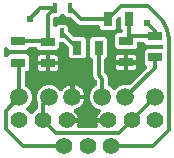
<source format=gbr>
G04 EAGLE Gerber X2 export*
G04 #@! %TF.Part,Single*
G04 #@! %TF.FileFunction,Copper,L1,Top,Mixed*
G04 #@! %TF.FilePolarity,Positive*
G04 #@! %TF.GenerationSoftware,Autodesk,EAGLE,8.6.0*
G04 #@! %TF.CreationDate,2018-03-03T07:26:01Z*
G75*
%MOMM*%
%FSLAX34Y34*%
%LPD*%
%AMOC8*
5,1,8,0,0,1.08239X$1,22.5*%
G01*
%ADD10R,1.200000X0.800000*%
%ADD11C,1.422400*%
%ADD12C,1.500000*%
%ADD13R,0.800000X1.200000*%
%ADD14R,0.406400X0.812800*%
%ADD15C,0.304800*%
%ADD16C,0.604000*%

G36*
X447538Y359877D02*
X447538Y359877D01*
X447574Y359874D01*
X447711Y359897D01*
X447849Y359913D01*
X447883Y359925D01*
X447918Y359931D01*
X448046Y359983D01*
X448177Y360030D01*
X448207Y360050D01*
X448241Y360063D01*
X448354Y360144D01*
X448470Y360219D01*
X448495Y360245D01*
X448524Y360266D01*
X448616Y360370D01*
X448712Y360470D01*
X448731Y360501D01*
X448754Y360528D01*
X448820Y360650D01*
X448891Y360769D01*
X448902Y360803D01*
X448919Y360835D01*
X448955Y360969D01*
X448997Y361101D01*
X449000Y361137D01*
X449009Y361171D01*
X449014Y361310D01*
X449025Y361448D01*
X449020Y361484D01*
X449021Y361520D01*
X448994Y361656D01*
X448973Y361793D01*
X448960Y361826D01*
X448953Y361861D01*
X448860Y362088D01*
X448754Y362295D01*
X448285Y363740D01*
X448244Y364001D01*
X457224Y364001D01*
X457250Y364004D01*
X457276Y364002D01*
X457423Y364024D01*
X457570Y364041D01*
X457595Y364049D01*
X457621Y364053D01*
X457758Y364108D01*
X457898Y364158D01*
X457920Y364172D01*
X457945Y364182D01*
X458066Y364267D01*
X458191Y364347D01*
X458209Y364366D01*
X458231Y364381D01*
X458330Y364491D01*
X458433Y364598D01*
X458447Y364620D01*
X458464Y364640D01*
X458536Y364770D01*
X458612Y364897D01*
X458620Y364922D01*
X458633Y364945D01*
X458673Y365088D01*
X458718Y365229D01*
X458720Y365255D01*
X458727Y365280D01*
X458747Y365524D01*
X458747Y366476D01*
X458744Y366502D01*
X458746Y366528D01*
X458724Y366675D01*
X458707Y366822D01*
X458698Y366847D01*
X458694Y366873D01*
X458640Y367011D01*
X458590Y367150D01*
X458575Y367172D01*
X458566Y367197D01*
X458481Y367318D01*
X458401Y367443D01*
X458382Y367461D01*
X458367Y367483D01*
X458257Y367582D01*
X458150Y367685D01*
X458127Y367699D01*
X458108Y367716D01*
X457978Y367788D01*
X457851Y367864D01*
X457826Y367872D01*
X457803Y367885D01*
X457660Y367925D01*
X457519Y367970D01*
X457493Y367972D01*
X457468Y367980D01*
X457224Y367999D01*
X448244Y367999D01*
X448285Y368260D01*
X448754Y369705D01*
X449444Y371059D01*
X450337Y372288D01*
X450856Y372807D01*
X450950Y372925D01*
X451047Y373040D01*
X451058Y373061D01*
X451073Y373080D01*
X451138Y373217D01*
X451206Y373350D01*
X451212Y373374D01*
X451222Y373396D01*
X451254Y373543D01*
X451290Y373688D01*
X451290Y373713D01*
X451295Y373736D01*
X451293Y373886D01*
X451295Y374037D01*
X451290Y374061D01*
X451289Y374085D01*
X451253Y374230D01*
X451221Y374377D01*
X451210Y374399D01*
X451204Y374423D01*
X451135Y374557D01*
X451071Y374692D01*
X451056Y374711D01*
X451045Y374733D01*
X450947Y374847D01*
X450854Y374965D01*
X450835Y374980D01*
X450819Y374998D01*
X450698Y375087D01*
X450580Y375180D01*
X450554Y375194D01*
X450539Y375205D01*
X450495Y375224D01*
X450362Y375292D01*
X446825Y376757D01*
X443857Y379725D01*
X442251Y383602D01*
X442251Y387798D01*
X443857Y391675D01*
X446825Y394643D01*
X447287Y394834D01*
X447354Y394871D01*
X447425Y394900D01*
X447505Y394956D01*
X447592Y395004D01*
X447648Y395055D01*
X447711Y395099D01*
X447777Y395172D01*
X447850Y395238D01*
X447893Y395301D01*
X447944Y395357D01*
X447992Y395444D01*
X448048Y395524D01*
X448076Y395595D01*
X448113Y395662D01*
X448140Y395757D01*
X448176Y395849D01*
X448187Y395924D01*
X448208Y395998D01*
X448220Y396147D01*
X448227Y396193D01*
X448225Y396213D01*
X448227Y396242D01*
X448227Y398675D01*
X448213Y398800D01*
X448206Y398927D01*
X448193Y398973D01*
X448187Y399021D01*
X448145Y399140D01*
X448110Y399262D01*
X448086Y399304D01*
X448070Y399349D01*
X448001Y399456D01*
X447940Y399566D01*
X447900Y399612D01*
X447881Y399642D01*
X447846Y399676D01*
X447781Y399752D01*
X447224Y400309D01*
X445723Y401810D01*
X445027Y403490D01*
X445027Y416930D01*
X445013Y417056D01*
X445006Y417182D01*
X444993Y417228D01*
X444987Y417276D01*
X444945Y417395D01*
X444910Y417517D01*
X444886Y417559D01*
X444870Y417605D01*
X444801Y417711D01*
X444740Y417821D01*
X444700Y417867D01*
X444681Y417897D01*
X444646Y417931D01*
X444581Y418007D01*
X442451Y420137D01*
X442451Y434663D01*
X444237Y436449D01*
X454763Y436449D01*
X456549Y434663D01*
X456549Y420137D01*
X454619Y418207D01*
X454540Y418108D01*
X454456Y418014D01*
X454432Y417972D01*
X454402Y417934D01*
X454348Y417820D01*
X454287Y417709D01*
X454274Y417663D01*
X454253Y417619D01*
X454227Y417496D01*
X454192Y417374D01*
X454187Y417313D01*
X454180Y417279D01*
X454181Y417231D01*
X454173Y417130D01*
X454173Y406925D01*
X454187Y406799D01*
X454194Y406673D01*
X454207Y406627D01*
X454213Y406579D01*
X454255Y406460D01*
X454290Y406338D01*
X454314Y406296D01*
X454330Y406251D01*
X454399Y406145D01*
X454460Y406034D01*
X454500Y405988D01*
X454519Y405958D01*
X454554Y405924D01*
X454619Y405848D01*
X456677Y403790D01*
X457373Y402110D01*
X457373Y396242D01*
X457381Y396166D01*
X457380Y396089D01*
X457401Y395993D01*
X457413Y395895D01*
X457438Y395823D01*
X457455Y395749D01*
X457497Y395660D01*
X457530Y395567D01*
X457572Y395503D01*
X457604Y395434D01*
X457666Y395357D01*
X457719Y395274D01*
X457774Y395221D01*
X457822Y395162D01*
X457899Y395101D01*
X457970Y395032D01*
X458035Y394993D01*
X458095Y394946D01*
X458228Y394878D01*
X458269Y394853D01*
X458287Y394848D01*
X458313Y394834D01*
X458775Y394643D01*
X461623Y391795D01*
X461643Y391779D01*
X461660Y391759D01*
X461780Y391671D01*
X461896Y391579D01*
X461920Y391567D01*
X461941Y391552D01*
X462077Y391493D01*
X462211Y391430D01*
X462237Y391424D01*
X462261Y391414D01*
X462407Y391388D01*
X462552Y391356D01*
X462578Y391357D01*
X462604Y391352D01*
X462752Y391360D01*
X462900Y391362D01*
X462926Y391369D01*
X462952Y391370D01*
X463094Y391411D01*
X463238Y391447D01*
X463261Y391459D01*
X463287Y391467D01*
X463416Y391539D01*
X463548Y391607D01*
X463568Y391624D01*
X463591Y391637D01*
X463777Y391795D01*
X466325Y394343D01*
X470202Y395949D01*
X474398Y395949D01*
X474861Y395757D01*
X474934Y395736D01*
X475004Y395706D01*
X475101Y395689D01*
X475196Y395662D01*
X475272Y395658D01*
X475347Y395644D01*
X475446Y395649D01*
X475544Y395645D01*
X475619Y395658D01*
X475695Y395662D01*
X475790Y395689D01*
X475887Y395707D01*
X475957Y395738D01*
X476030Y395759D01*
X476116Y395807D01*
X476206Y395846D01*
X476268Y395892D01*
X476334Y395929D01*
X476448Y396026D01*
X476486Y396054D01*
X476498Y396069D01*
X476521Y396087D01*
X490334Y409901D01*
X490350Y409921D01*
X490370Y409938D01*
X490458Y410058D01*
X490550Y410174D01*
X490562Y410197D01*
X490577Y410218D01*
X490636Y410355D01*
X490699Y410489D01*
X490705Y410514D01*
X490715Y410538D01*
X490741Y410685D01*
X490773Y410829D01*
X490772Y410855D01*
X490777Y410881D01*
X490769Y411030D01*
X490767Y411178D01*
X490760Y411203D01*
X490759Y411229D01*
X490718Y411372D01*
X490682Y411516D01*
X490670Y411539D01*
X490662Y411564D01*
X490590Y411694D01*
X490522Y411826D01*
X490505Y411846D01*
X490492Y411868D01*
X490334Y412055D01*
X488451Y413937D01*
X488451Y424463D01*
X490237Y426249D01*
X502808Y426249D01*
X502834Y426252D01*
X502860Y426250D01*
X503007Y426272D01*
X503154Y426289D01*
X503179Y426297D01*
X503205Y426301D01*
X503343Y426356D01*
X503482Y426406D01*
X503504Y426420D01*
X503529Y426430D01*
X503650Y426515D01*
X503775Y426595D01*
X503793Y426614D01*
X503815Y426629D01*
X503914Y426739D01*
X504017Y426846D01*
X504031Y426868D01*
X504048Y426888D01*
X504120Y427018D01*
X504196Y427145D01*
X504204Y427170D01*
X504217Y427193D01*
X504257Y427336D01*
X504302Y427477D01*
X504304Y427503D01*
X504312Y427528D01*
X504331Y427772D01*
X504331Y428628D01*
X504328Y428654D01*
X504330Y428680D01*
X504308Y428827D01*
X504291Y428974D01*
X504283Y428999D01*
X504279Y429025D01*
X504224Y429163D01*
X504174Y429302D01*
X504160Y429324D01*
X504150Y429349D01*
X504065Y429470D01*
X503985Y429595D01*
X503966Y429613D01*
X503951Y429635D01*
X503841Y429734D01*
X503734Y429837D01*
X503712Y429851D01*
X503692Y429868D01*
X503562Y429940D01*
X503435Y430016D01*
X503410Y430024D01*
X503387Y430037D01*
X503244Y430077D01*
X503103Y430122D01*
X503077Y430124D01*
X503052Y430132D01*
X502808Y430151D01*
X490237Y430151D01*
X488207Y432181D01*
X488108Y432260D01*
X488014Y432344D01*
X487972Y432368D01*
X487934Y432398D01*
X487820Y432452D01*
X487709Y432513D01*
X487663Y432526D01*
X487619Y432547D01*
X487496Y432573D01*
X487374Y432608D01*
X487313Y432613D01*
X487278Y432620D01*
X487230Y432619D01*
X487130Y432627D01*
X483372Y432627D01*
X483346Y432624D01*
X483320Y432626D01*
X483173Y432604D01*
X483026Y432587D01*
X483001Y432579D01*
X482975Y432575D01*
X482837Y432520D01*
X482698Y432470D01*
X482676Y432456D01*
X482651Y432446D01*
X482530Y432361D01*
X482405Y432281D01*
X482387Y432262D01*
X482365Y432247D01*
X482266Y432137D01*
X482163Y432030D01*
X482149Y432008D01*
X482132Y431988D01*
X482060Y431858D01*
X481984Y431731D01*
X481976Y431706D01*
X481963Y431683D01*
X481923Y431540D01*
X481878Y431399D01*
X481876Y431373D01*
X481868Y431348D01*
X481849Y431104D01*
X481849Y427837D01*
X480063Y426051D01*
X465537Y426051D01*
X463751Y427837D01*
X463751Y438363D01*
X465537Y440149D01*
X468762Y440149D01*
X468862Y440160D01*
X468962Y440162D01*
X469035Y440180D01*
X469108Y440189D01*
X469203Y440222D01*
X469300Y440247D01*
X469367Y440281D01*
X469437Y440306D01*
X469521Y440361D01*
X469610Y440407D01*
X469667Y440455D01*
X469729Y440495D01*
X469799Y440567D01*
X469876Y440632D01*
X469920Y440692D01*
X469972Y440746D01*
X470023Y440832D01*
X470083Y440913D01*
X470112Y440981D01*
X470150Y441045D01*
X470181Y441141D01*
X470221Y441233D01*
X470234Y441306D01*
X470257Y441377D01*
X470265Y441477D01*
X470282Y441576D01*
X470279Y441650D01*
X470285Y441724D01*
X470270Y441824D01*
X470265Y441924D01*
X470244Y441995D01*
X470233Y442069D01*
X470196Y442162D01*
X470168Y442259D01*
X470132Y442324D01*
X470104Y442393D01*
X470047Y442475D01*
X469998Y442563D01*
X469933Y442639D01*
X469905Y442679D01*
X469879Y442703D01*
X469839Y442749D01*
X468451Y444137D01*
X468451Y452207D01*
X468440Y452307D01*
X468438Y452407D01*
X468420Y452479D01*
X468411Y452553D01*
X468378Y452648D01*
X468353Y452745D01*
X468319Y452811D01*
X468294Y452881D01*
X468239Y452966D01*
X468193Y453055D01*
X468145Y453112D01*
X468105Y453174D01*
X468033Y453244D01*
X467968Y453320D01*
X467908Y453365D01*
X467854Y453416D01*
X467768Y453468D01*
X467687Y453528D01*
X467619Y453557D01*
X467555Y453595D01*
X467460Y453626D01*
X467367Y453666D01*
X467294Y453679D01*
X467223Y453701D01*
X467123Y453709D01*
X467024Y453727D01*
X466950Y453723D01*
X466876Y453729D01*
X466776Y453714D01*
X466676Y453709D01*
X466605Y453689D01*
X466531Y453678D01*
X466438Y453641D01*
X466341Y453613D01*
X466276Y453576D01*
X466207Y453549D01*
X466125Y453492D01*
X466037Y453443D01*
X465961Y453377D01*
X465921Y453350D01*
X465897Y453324D01*
X465851Y453284D01*
X464995Y452428D01*
X464916Y452329D01*
X464832Y452235D01*
X464808Y452193D01*
X464778Y452155D01*
X464724Y452041D01*
X464663Y451930D01*
X464650Y451884D01*
X464629Y451840D01*
X464603Y451716D01*
X464568Y451595D01*
X464563Y451534D01*
X464556Y451499D01*
X464557Y451451D01*
X464549Y451351D01*
X464549Y444137D01*
X462763Y442351D01*
X452237Y442351D01*
X450451Y444137D01*
X450451Y445304D01*
X450448Y445330D01*
X450450Y445356D01*
X450428Y445503D01*
X450411Y445650D01*
X450403Y445675D01*
X450399Y445701D01*
X450344Y445839D01*
X450294Y445978D01*
X450280Y446000D01*
X450270Y446025D01*
X450185Y446146D01*
X450105Y446271D01*
X450086Y446289D01*
X450071Y446311D01*
X449961Y446410D01*
X449854Y446513D01*
X449832Y446527D01*
X449812Y446544D01*
X449682Y446616D01*
X449555Y446692D01*
X449530Y446700D01*
X449507Y446713D01*
X449364Y446753D01*
X449223Y446798D01*
X449197Y446800D01*
X449172Y446808D01*
X448928Y446827D01*
X433790Y446827D01*
X432110Y447523D01*
X426392Y453241D01*
X426293Y453320D01*
X426199Y453404D01*
X426157Y453428D01*
X426119Y453458D01*
X426005Y453512D01*
X425894Y453573D01*
X425848Y453586D01*
X425804Y453607D01*
X425681Y453633D01*
X425559Y453668D01*
X425498Y453673D01*
X425463Y453680D01*
X425415Y453679D01*
X425315Y453687D01*
X422005Y453687D01*
X419877Y455815D01*
X419857Y455832D01*
X419840Y455852D01*
X419720Y455940D01*
X419604Y456032D01*
X419580Y456043D01*
X419559Y456059D01*
X419423Y456118D01*
X419289Y456181D01*
X419263Y456186D01*
X419239Y456197D01*
X419093Y456223D01*
X418948Y456254D01*
X418922Y456254D01*
X418896Y456258D01*
X418748Y456251D01*
X418600Y456248D01*
X418574Y456242D01*
X418548Y456241D01*
X418406Y456199D01*
X418262Y456163D01*
X418239Y456151D01*
X418213Y456144D01*
X418084Y456071D01*
X417952Y456004D01*
X417932Y455987D01*
X417909Y455974D01*
X417723Y455815D01*
X415595Y453687D01*
X412696Y453687D01*
X412670Y453684D01*
X412644Y453686D01*
X412497Y453664D01*
X412350Y453647D01*
X412325Y453639D01*
X412299Y453635D01*
X412161Y453580D01*
X412022Y453530D01*
X412000Y453516D01*
X411975Y453506D01*
X411854Y453421D01*
X411729Y453341D01*
X411711Y453322D01*
X411689Y453307D01*
X411590Y453197D01*
X411487Y453090D01*
X411473Y453068D01*
X411456Y453048D01*
X411384Y452918D01*
X411308Y452791D01*
X411300Y452766D01*
X411287Y452743D01*
X411247Y452600D01*
X411202Y452459D01*
X411200Y452433D01*
X411192Y452408D01*
X411173Y452164D01*
X411173Y446258D01*
X411184Y446158D01*
X411186Y446058D01*
X411204Y445985D01*
X411213Y445912D01*
X411246Y445817D01*
X411271Y445720D01*
X411305Y445653D01*
X411330Y445583D01*
X411385Y445499D01*
X411431Y445410D01*
X411479Y445353D01*
X411519Y445291D01*
X411591Y445221D01*
X411656Y445144D01*
X411716Y445100D01*
X411770Y445048D01*
X411856Y444997D01*
X411937Y444937D01*
X412005Y444908D01*
X412069Y444870D01*
X412165Y444839D01*
X412257Y444799D01*
X412330Y444786D01*
X412401Y444763D01*
X412501Y444755D01*
X412600Y444738D01*
X412674Y444741D01*
X412748Y444735D01*
X412848Y444750D01*
X412948Y444755D01*
X413019Y444776D01*
X413093Y444787D01*
X413186Y444824D01*
X413283Y444852D01*
X413348Y444888D01*
X413417Y444916D01*
X413499Y444973D01*
X413587Y445022D01*
X413663Y445087D01*
X413703Y445115D01*
X413727Y445141D01*
X413773Y445181D01*
X415505Y446913D01*
X422095Y446913D01*
X423881Y445127D01*
X423881Y441817D01*
X423895Y441691D01*
X423902Y441565D01*
X423915Y441519D01*
X423921Y441471D01*
X423963Y441352D01*
X423998Y441230D01*
X424022Y441188D01*
X424038Y441143D01*
X424107Y441036D01*
X424168Y440926D01*
X424208Y440880D01*
X424227Y440850D01*
X424262Y440816D01*
X424327Y440740D01*
X428172Y436895D01*
X428271Y436816D01*
X428365Y436732D01*
X428407Y436708D01*
X428445Y436678D01*
X428559Y436624D01*
X428670Y436563D01*
X428716Y436550D01*
X428760Y436529D01*
X428883Y436503D01*
X429005Y436468D01*
X429066Y436463D01*
X429101Y436456D01*
X429149Y436457D01*
X429249Y436449D01*
X436763Y436449D01*
X438549Y434663D01*
X438549Y420137D01*
X436763Y418351D01*
X426237Y418351D01*
X424451Y420137D01*
X424451Y427051D01*
X424437Y427177D01*
X424430Y427303D01*
X424417Y427349D01*
X424411Y427397D01*
X424369Y427516D01*
X424334Y427638D01*
X424310Y427680D01*
X424294Y427725D01*
X424225Y427831D01*
X424164Y427942D01*
X424124Y427988D01*
X424105Y428018D01*
X424070Y428052D01*
X424005Y428128D01*
X419892Y432241D01*
X419793Y432320D01*
X419699Y432404D01*
X419657Y432428D01*
X419619Y432458D01*
X419505Y432512D01*
X419394Y432573D01*
X419348Y432586D01*
X419304Y432607D01*
X419181Y432633D01*
X419059Y432668D01*
X418998Y432673D01*
X418963Y432680D01*
X418915Y432679D01*
X418815Y432687D01*
X417172Y432687D01*
X417146Y432684D01*
X417120Y432686D01*
X416973Y432664D01*
X416826Y432647D01*
X416801Y432639D01*
X416775Y432635D01*
X416637Y432580D01*
X416498Y432530D01*
X416476Y432516D01*
X416451Y432506D01*
X416330Y432421D01*
X416205Y432341D01*
X416187Y432322D01*
X416165Y432307D01*
X416066Y432197D01*
X415963Y432090D01*
X415949Y432068D01*
X415932Y432048D01*
X415860Y431918D01*
X415784Y431791D01*
X415776Y431766D01*
X415763Y431743D01*
X415723Y431600D01*
X415678Y431459D01*
X415676Y431433D01*
X415668Y431408D01*
X415649Y431164D01*
X415649Y427237D01*
X413863Y425451D01*
X399337Y425451D01*
X397374Y427414D01*
X397370Y427425D01*
X397285Y427546D01*
X397205Y427671D01*
X397186Y427689D01*
X397171Y427711D01*
X397061Y427810D01*
X396954Y427913D01*
X396932Y427927D01*
X396912Y427944D01*
X396782Y428016D01*
X396655Y428092D01*
X396630Y428100D01*
X396607Y428113D01*
X396464Y428153D01*
X396323Y428198D01*
X396297Y428200D01*
X396272Y428208D01*
X396028Y428227D01*
X391870Y428227D01*
X391744Y428213D01*
X391618Y428206D01*
X391572Y428193D01*
X391524Y428187D01*
X391405Y428145D01*
X391283Y428110D01*
X391241Y428086D01*
X391195Y428070D01*
X391089Y428001D01*
X390979Y427940D01*
X390933Y427900D01*
X390903Y427881D01*
X390869Y427846D01*
X390793Y427781D01*
X388763Y425751D01*
X374237Y425751D01*
X372173Y427815D01*
X372095Y427878D01*
X372022Y427948D01*
X371958Y427986D01*
X371900Y428032D01*
X371809Y428075D01*
X371723Y428126D01*
X371652Y428149D01*
X371585Y428181D01*
X371487Y428202D01*
X371391Y428233D01*
X371317Y428239D01*
X371244Y428254D01*
X371144Y428253D01*
X371044Y428261D01*
X370970Y428250D01*
X370896Y428248D01*
X370799Y428224D01*
X370699Y428209D01*
X370630Y428181D01*
X370558Y428163D01*
X370469Y428117D01*
X370375Y428080D01*
X370314Y428038D01*
X370248Y428004D01*
X370172Y427939D01*
X370089Y427881D01*
X370039Y427826D01*
X369983Y427778D01*
X369923Y427697D01*
X369856Y427622D01*
X369820Y427557D01*
X369775Y427498D01*
X369736Y427405D01*
X369687Y427317D01*
X369667Y427246D01*
X369637Y427178D01*
X369620Y427079D01*
X369592Y426982D01*
X369584Y426882D01*
X369576Y426835D01*
X369578Y426799D01*
X369573Y426738D01*
X369573Y420862D01*
X369584Y420762D01*
X369586Y420662D01*
X369604Y420589D01*
X369613Y420516D01*
X369646Y420421D01*
X369671Y420324D01*
X369705Y420257D01*
X369730Y420187D01*
X369785Y420103D01*
X369831Y420014D01*
X369879Y419957D01*
X369919Y419895D01*
X369991Y419825D01*
X370056Y419748D01*
X370116Y419704D01*
X370170Y419652D01*
X370256Y419601D01*
X370337Y419541D01*
X370405Y419512D01*
X370469Y419474D01*
X370565Y419443D01*
X370657Y419403D01*
X370730Y419390D01*
X370801Y419367D01*
X370901Y419359D01*
X371000Y419342D01*
X371074Y419345D01*
X371148Y419339D01*
X371248Y419354D01*
X371348Y419359D01*
X371419Y419380D01*
X371493Y419391D01*
X371586Y419428D01*
X371683Y419456D01*
X371748Y419492D01*
X371817Y419520D01*
X371899Y419577D01*
X371987Y419626D01*
X372063Y419691D01*
X372103Y419719D01*
X372127Y419745D01*
X372173Y419785D01*
X374237Y421849D01*
X388763Y421849D01*
X390549Y420063D01*
X390549Y409537D01*
X388763Y407751D01*
X388396Y407751D01*
X388370Y407748D01*
X388344Y407750D01*
X388197Y407728D01*
X388050Y407711D01*
X388025Y407703D01*
X387999Y407699D01*
X387861Y407644D01*
X387722Y407594D01*
X387700Y407580D01*
X387675Y407570D01*
X387554Y407485D01*
X387429Y407405D01*
X387411Y407386D01*
X387389Y407371D01*
X387290Y407261D01*
X387187Y407154D01*
X387173Y407132D01*
X387156Y407112D01*
X387084Y406982D01*
X387008Y406855D01*
X387000Y406830D01*
X386987Y406807D01*
X386947Y406664D01*
X386902Y406523D01*
X386900Y406497D01*
X386892Y406472D01*
X386873Y406228D01*
X386873Y395942D01*
X386881Y395866D01*
X386880Y395789D01*
X386901Y395693D01*
X386913Y395595D01*
X386938Y395523D01*
X386955Y395449D01*
X386997Y395360D01*
X387030Y395267D01*
X387072Y395203D01*
X387104Y395134D01*
X387166Y395057D01*
X387219Y394974D01*
X387274Y394921D01*
X387322Y394862D01*
X387399Y394801D01*
X387470Y394732D01*
X387535Y394693D01*
X387595Y394646D01*
X387728Y394578D01*
X387769Y394553D01*
X387787Y394548D01*
X387813Y394534D01*
X388275Y394343D01*
X391243Y391375D01*
X392849Y387498D01*
X392849Y383302D01*
X391243Y379425D01*
X388471Y376653D01*
X388455Y376632D01*
X388435Y376615D01*
X388346Y376496D01*
X388254Y376380D01*
X388243Y376356D01*
X388227Y376335D01*
X388169Y376199D01*
X388105Y376065D01*
X388100Y376039D01*
X388089Y376015D01*
X388063Y375869D01*
X388032Y375724D01*
X388032Y375698D01*
X388028Y375672D01*
X388035Y375523D01*
X388038Y375375D01*
X388044Y375350D01*
X388046Y375324D01*
X388087Y375181D01*
X388123Y375038D01*
X388135Y375014D01*
X388142Y374989D01*
X388215Y374859D01*
X388283Y374728D01*
X388300Y374708D01*
X388312Y374685D01*
X388471Y374499D01*
X391130Y371839D01*
X391142Y371819D01*
X391182Y371727D01*
X391226Y371667D01*
X391262Y371602D01*
X391330Y371528D01*
X391389Y371447D01*
X391446Y371399D01*
X391496Y371344D01*
X391579Y371287D01*
X391656Y371222D01*
X391722Y371188D01*
X391783Y371146D01*
X391876Y371109D01*
X391966Y371063D01*
X392038Y371045D01*
X392107Y371018D01*
X392206Y371003D01*
X392304Y370979D01*
X392378Y370978D01*
X392452Y370967D01*
X392552Y370975D01*
X392652Y370974D01*
X392725Y370990D01*
X392799Y370996D01*
X392895Y371027D01*
X392993Y371048D01*
X393060Y371080D01*
X393131Y371103D01*
X393217Y371155D01*
X393308Y371198D01*
X393366Y371244D01*
X393429Y371283D01*
X393501Y371353D01*
X393580Y371415D01*
X393626Y371474D01*
X393679Y371526D01*
X393734Y371610D01*
X393796Y371689D01*
X393842Y371778D01*
X393868Y371819D01*
X393878Y371847D01*
X396744Y374714D01*
X396987Y374814D01*
X397054Y374851D01*
X397125Y374880D01*
X397206Y374936D01*
X397292Y374984D01*
X397348Y375035D01*
X397411Y375079D01*
X397477Y375152D01*
X397550Y375218D01*
X397593Y375281D01*
X397644Y375337D01*
X397692Y375424D01*
X397748Y375504D01*
X397776Y375575D01*
X397813Y375642D01*
X397840Y375737D01*
X397876Y375829D01*
X397887Y375904D01*
X397908Y375978D01*
X397920Y376127D01*
X397927Y376173D01*
X397925Y376193D01*
X397927Y376222D01*
X397927Y381125D01*
X397927Y381127D01*
X397927Y381129D01*
X397907Y381305D01*
X397887Y381472D01*
X397887Y381473D01*
X397886Y381475D01*
X397811Y381708D01*
X397151Y383302D01*
X397151Y387498D01*
X398757Y391375D01*
X401725Y394343D01*
X405602Y395949D01*
X409798Y395949D01*
X413675Y394343D01*
X416812Y391206D01*
X416926Y391116D01*
X417037Y391021D01*
X417062Y391008D01*
X417085Y390990D01*
X417217Y390927D01*
X417346Y390860D01*
X417374Y390853D01*
X417400Y390841D01*
X417542Y390810D01*
X417683Y390774D01*
X417713Y390773D01*
X417741Y390767D01*
X417886Y390770D01*
X418032Y390767D01*
X418060Y390773D01*
X418089Y390773D01*
X418231Y390809D01*
X418373Y390839D01*
X418399Y390851D01*
X418427Y390858D01*
X418557Y390925D01*
X418689Y390987D01*
X418711Y391005D01*
X418737Y391018D01*
X418848Y391112D01*
X418962Y391202D01*
X418985Y391229D01*
X419003Y391244D01*
X419032Y391283D01*
X419121Y391388D01*
X419741Y392241D01*
X420859Y393359D01*
X422137Y394288D01*
X423546Y395005D01*
X425049Y395493D01*
X425401Y395549D01*
X425401Y386176D01*
X425404Y386150D01*
X425402Y386124D01*
X425424Y385977D01*
X425441Y385830D01*
X425449Y385805D01*
X425453Y385779D01*
X425508Y385642D01*
X425558Y385502D01*
X425572Y385480D01*
X425582Y385455D01*
X425667Y385334D01*
X425747Y385209D01*
X425766Y385191D01*
X425781Y385169D01*
X425891Y385070D01*
X425998Y384967D01*
X426020Y384953D01*
X426040Y384936D01*
X426170Y384864D01*
X426297Y384788D01*
X426322Y384780D01*
X426345Y384767D01*
X426440Y384740D01*
X426460Y384689D01*
X426510Y384550D01*
X426525Y384528D01*
X426534Y384503D01*
X426619Y384382D01*
X426699Y384257D01*
X426718Y384239D01*
X426733Y384217D01*
X426843Y384118D01*
X426950Y384015D01*
X426973Y384001D01*
X426992Y383984D01*
X427122Y383912D01*
X427249Y383836D01*
X427274Y383828D01*
X427297Y383815D01*
X427440Y383775D01*
X427581Y383730D01*
X427607Y383727D01*
X427632Y383720D01*
X427876Y383701D01*
X437249Y383701D01*
X437193Y383349D01*
X436705Y381846D01*
X435988Y380437D01*
X435059Y379159D01*
X433941Y378041D01*
X432663Y377112D01*
X431254Y376395D01*
X429720Y375896D01*
X429613Y375867D01*
X429463Y375829D01*
X429446Y375820D01*
X429427Y375815D01*
X429291Y375740D01*
X429153Y375669D01*
X429139Y375657D01*
X429122Y375648D01*
X429006Y375544D01*
X428888Y375443D01*
X428876Y375428D01*
X428862Y375415D01*
X428773Y375288D01*
X428681Y375163D01*
X428673Y375145D01*
X428662Y375130D01*
X428604Y374985D01*
X428543Y374843D01*
X428539Y374824D01*
X428532Y374806D01*
X428509Y374653D01*
X428481Y374500D01*
X428482Y374481D01*
X428479Y374462D01*
X428491Y374307D01*
X428499Y374152D01*
X428504Y374134D01*
X428506Y374114D01*
X428553Y373966D01*
X428596Y373817D01*
X428605Y373800D01*
X428611Y373782D01*
X428690Y373648D01*
X428766Y373513D01*
X428781Y373495D01*
X428789Y373482D01*
X428819Y373451D01*
X428924Y373327D01*
X429863Y372388D01*
X430756Y371159D01*
X431446Y369805D01*
X431915Y368360D01*
X431956Y368099D01*
X422976Y368099D01*
X422950Y368096D01*
X422924Y368098D01*
X422777Y368076D01*
X422630Y368059D01*
X422605Y368051D01*
X422579Y368047D01*
X422442Y367992D01*
X422302Y367942D01*
X422280Y367928D01*
X422255Y367918D01*
X422134Y367833D01*
X422009Y367753D01*
X421991Y367734D01*
X421969Y367719D01*
X421870Y367609D01*
X421767Y367502D01*
X421753Y367480D01*
X421736Y367460D01*
X421664Y367330D01*
X421588Y367203D01*
X421580Y367178D01*
X421567Y367155D01*
X421527Y367012D01*
X421482Y366871D01*
X421480Y366845D01*
X421473Y366820D01*
X421453Y366576D01*
X421453Y365624D01*
X421456Y365598D01*
X421454Y365572D01*
X421476Y365425D01*
X421493Y365278D01*
X421502Y365253D01*
X421506Y365227D01*
X421560Y365089D01*
X421610Y364950D01*
X421625Y364928D01*
X421634Y364903D01*
X421719Y364782D01*
X421799Y364657D01*
X421818Y364639D01*
X421833Y364617D01*
X421943Y364518D01*
X422050Y364415D01*
X422073Y364401D01*
X422092Y364384D01*
X422222Y364312D01*
X422349Y364236D01*
X422374Y364228D01*
X422397Y364215D01*
X422540Y364175D01*
X422681Y364130D01*
X422707Y364127D01*
X422732Y364120D01*
X422976Y364101D01*
X431956Y364101D01*
X431915Y363840D01*
X431446Y362395D01*
X431289Y362088D01*
X431277Y362054D01*
X431258Y362023D01*
X431216Y361891D01*
X431167Y361761D01*
X431163Y361725D01*
X431152Y361691D01*
X431141Y361553D01*
X431123Y361415D01*
X431127Y361380D01*
X431124Y361344D01*
X431145Y361207D01*
X431159Y361069D01*
X431170Y361035D01*
X431176Y360999D01*
X431227Y360870D01*
X431272Y360739D01*
X431291Y360709D01*
X431304Y360675D01*
X431383Y360562D01*
X431457Y360444D01*
X431483Y360419D01*
X431503Y360389D01*
X431606Y360296D01*
X431705Y360199D01*
X431735Y360180D01*
X431762Y360156D01*
X431884Y360088D01*
X432002Y360016D01*
X432036Y360005D01*
X432067Y359987D01*
X432201Y359949D01*
X432332Y359905D01*
X432368Y359902D01*
X432402Y359892D01*
X432646Y359873D01*
X447503Y359873D01*
X447538Y359877D01*
G37*
%LPC*%
G36*
X429399Y387699D02*
X429399Y387699D01*
X429399Y395549D01*
X429751Y395493D01*
X431254Y395005D01*
X432663Y394288D01*
X433941Y393359D01*
X435059Y392241D01*
X435988Y390963D01*
X436705Y389554D01*
X437193Y388051D01*
X437249Y387699D01*
X429399Y387699D01*
G37*
%LPD*%
%LPC*%
G36*
X474799Y417099D02*
X474799Y417099D01*
X474799Y421641D01*
X479135Y421641D01*
X479781Y421468D01*
X480360Y421133D01*
X480833Y420660D01*
X481168Y420081D01*
X481341Y419435D01*
X481341Y417099D01*
X474799Y417099D01*
G37*
%LPD*%
%LPC*%
G36*
X408599Y416499D02*
X408599Y416499D01*
X408599Y421041D01*
X412935Y421041D01*
X413581Y420868D01*
X414160Y420533D01*
X414633Y420060D01*
X414968Y419481D01*
X415141Y418835D01*
X415141Y416499D01*
X408599Y416499D01*
G37*
%LPD*%
%LPC*%
G36*
X464259Y417099D02*
X464259Y417099D01*
X464259Y419435D01*
X464432Y420081D01*
X464767Y420660D01*
X465240Y421133D01*
X465819Y421468D01*
X466465Y421641D01*
X470801Y421641D01*
X470801Y417099D01*
X464259Y417099D01*
G37*
%LPD*%
%LPC*%
G36*
X398059Y416499D02*
X398059Y416499D01*
X398059Y418835D01*
X398232Y419481D01*
X398567Y420060D01*
X399040Y420533D01*
X399619Y420868D01*
X400265Y421041D01*
X404601Y421041D01*
X404601Y416499D01*
X398059Y416499D01*
G37*
%LPD*%
%LPC*%
G36*
X474799Y408559D02*
X474799Y408559D01*
X474799Y413101D01*
X481341Y413101D01*
X481341Y410765D01*
X481168Y410119D01*
X480833Y409540D01*
X480360Y409067D01*
X479781Y408732D01*
X479135Y408559D01*
X474799Y408559D01*
G37*
%LPD*%
%LPC*%
G36*
X408599Y407959D02*
X408599Y407959D01*
X408599Y412501D01*
X415141Y412501D01*
X415141Y410165D01*
X414968Y409519D01*
X414633Y408940D01*
X414160Y408467D01*
X413581Y408132D01*
X412935Y407959D01*
X408599Y407959D01*
G37*
%LPD*%
%LPC*%
G36*
X466465Y408559D02*
X466465Y408559D01*
X465819Y408732D01*
X465240Y409067D01*
X464767Y409540D01*
X464432Y410119D01*
X464259Y410765D01*
X464259Y413101D01*
X470801Y413101D01*
X470801Y408559D01*
X466465Y408559D01*
G37*
%LPD*%
%LPC*%
G36*
X400265Y407959D02*
X400265Y407959D01*
X399619Y408132D01*
X399040Y408467D01*
X398567Y408940D01*
X398232Y409519D01*
X398059Y410165D01*
X398059Y412501D01*
X404601Y412501D01*
X404601Y407959D01*
X400265Y407959D01*
G37*
%LPD*%
D10*
X406600Y432500D03*
X406600Y414500D03*
X472800Y415100D03*
X472800Y433100D03*
D11*
X457700Y366000D03*
X477700Y366000D03*
X497700Y366000D03*
X422500Y366100D03*
X402500Y366100D03*
X382500Y366100D03*
D12*
X472300Y385400D03*
X497700Y385400D03*
X382300Y385400D03*
X407700Y385400D03*
D10*
X497500Y437200D03*
X497500Y419200D03*
X381500Y432800D03*
X381500Y414800D03*
D13*
X431500Y427400D03*
X449500Y427400D03*
X475500Y451400D03*
X457500Y451400D03*
D11*
X420200Y344400D03*
X440200Y344400D03*
X460200Y344400D03*
D14*
X418800Y439800D03*
X425300Y460800D03*
X412300Y460800D03*
D12*
X427400Y385700D03*
X452800Y385700D03*
D15*
X472800Y433100D02*
X475500Y435800D01*
X475500Y451400D01*
X476900Y437200D02*
X472800Y433100D01*
X476900Y437200D02*
X497500Y437200D01*
X497500Y441500D01*
X490300Y448700D01*
D16*
X490300Y448700D03*
D15*
X412300Y460800D02*
X406600Y455100D01*
X406600Y432500D01*
X406300Y432800D02*
X381500Y432800D01*
X406300Y432800D02*
X406600Y432500D01*
X412300Y460800D02*
X399800Y460800D01*
X391200Y452200D01*
D16*
X391200Y452200D03*
D15*
X402500Y380200D02*
X402500Y366100D01*
X402500Y380200D02*
X407700Y385400D01*
X477700Y366000D02*
X497100Y385400D01*
X497700Y385400D01*
X477700Y366000D02*
X467000Y355300D01*
X413300Y355300D02*
X402500Y366100D01*
X413300Y355300D02*
X467000Y355300D01*
X452800Y385700D02*
X452800Y401200D01*
X449600Y404400D01*
X449600Y427300D01*
X449500Y427400D01*
X431200Y427400D02*
X418800Y439800D01*
X431200Y427400D02*
X431500Y427400D01*
X460200Y344400D02*
X495304Y344400D01*
X508904Y358000D01*
X508904Y435000D01*
X508540Y439155D01*
X507581Y442734D01*
X504100Y450200D01*
X491700Y462600D01*
X468700Y462600D02*
X457500Y451400D01*
X468700Y462600D02*
X491700Y462600D01*
X434700Y451400D02*
X425300Y460800D01*
X434700Y451400D02*
X457500Y451400D01*
X371096Y374196D02*
X371096Y359000D01*
X371096Y374196D02*
X382300Y385400D01*
X385696Y344400D02*
X420200Y344400D01*
X385696Y344400D02*
X371096Y359000D01*
X382300Y385400D02*
X382300Y414000D01*
X381500Y414800D01*
X472300Y385400D02*
X497500Y410600D01*
X497500Y419200D01*
M02*

</source>
